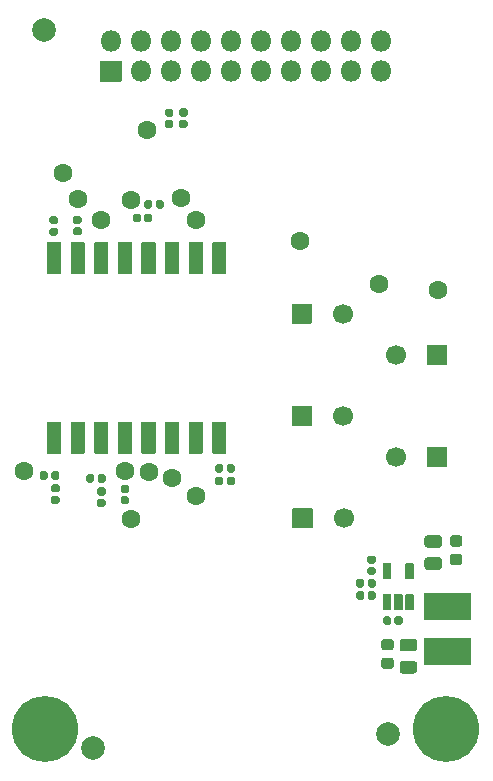
<source format=gts>
G04 #@! TF.GenerationSoftware,KiCad,Pcbnew,(5.1.10)-1*
G04 #@! TF.CreationDate,2022-01-19T13:45:55+05:30*
G04 #@! TF.ProjectId,P-1000072_Cicada Wi-Fi,502d3130-3030-4303-9732-5f4369636164,0.1*
G04 #@! TF.SameCoordinates,PX7cee6c0PY3dfd240*
G04 #@! TF.FileFunction,Soldermask,Top*
G04 #@! TF.FilePolarity,Negative*
%FSLAX46Y46*%
G04 Gerber Fmt 4.6, Leading zero omitted, Abs format (unit mm)*
G04 Created by KiCad (PCBNEW (5.1.10)-1) date 2022-01-19 13:45:55*
%MOMM*%
%LPD*%
G01*
G04 APERTURE LIST*
%ADD10O,1.800000X1.800000*%
%ADD11C,1.700000*%
%ADD12C,1.600000*%
%ADD13C,5.600000*%
%ADD14C,2.000000*%
G04 APERTURE END LIST*
G36*
G01*
X-13670000Y-18460000D02*
X-14770000Y-18460000D01*
G75*
G02*
X-14820000Y-18410000I0J50000D01*
G01*
X-14820000Y-15810000D01*
G75*
G02*
X-14770000Y-15760000I50000J0D01*
G01*
X-13670000Y-15760000D01*
G75*
G02*
X-13620000Y-15810000I0J-50000D01*
G01*
X-13620000Y-18410000D01*
G75*
G02*
X-13670000Y-18460000I-50000J0D01*
G01*
G37*
G36*
G01*
X-11670000Y-18460000D02*
X-12770000Y-18460000D01*
G75*
G02*
X-12820000Y-18410000I0J50000D01*
G01*
X-12820000Y-15810000D01*
G75*
G02*
X-12770000Y-15760000I50000J0D01*
G01*
X-11670000Y-15760000D01*
G75*
G02*
X-11620000Y-15810000I0J-50000D01*
G01*
X-11620000Y-18410000D01*
G75*
G02*
X-11670000Y-18460000I-50000J0D01*
G01*
G37*
G36*
G01*
X-5670000Y-18460000D02*
X-6770000Y-18460000D01*
G75*
G02*
X-6820000Y-18410000I0J50000D01*
G01*
X-6820000Y-15810000D01*
G75*
G02*
X-6770000Y-15760000I50000J0D01*
G01*
X-5670000Y-15760000D01*
G75*
G02*
X-5620000Y-15810000I0J-50000D01*
G01*
X-5620000Y-18410000D01*
G75*
G02*
X-5670000Y-18460000I-50000J0D01*
G01*
G37*
G36*
G01*
X-3670000Y-33660000D02*
X-4770000Y-33660000D01*
G75*
G02*
X-4820000Y-33610000I0J50000D01*
G01*
X-4820000Y-31010000D01*
G75*
G02*
X-4770000Y-30960000I50000J0D01*
G01*
X-3670000Y-30960000D01*
G75*
G02*
X-3620000Y-31010000I0J-50000D01*
G01*
X-3620000Y-33610000D01*
G75*
G02*
X-3670000Y-33660000I-50000J0D01*
G01*
G37*
G36*
G01*
X-3670000Y-18460000D02*
X-4770000Y-18460000D01*
G75*
G02*
X-4820000Y-18410000I0J50000D01*
G01*
X-4820000Y-15810000D01*
G75*
G02*
X-4770000Y-15760000I50000J0D01*
G01*
X-3670000Y-15760000D01*
G75*
G02*
X-3620000Y-15810000I0J-50000D01*
G01*
X-3620000Y-18410000D01*
G75*
G02*
X-3670000Y-18460000I-50000J0D01*
G01*
G37*
G36*
G01*
X-1670000Y-33660000D02*
X-2770000Y-33660000D01*
G75*
G02*
X-2820000Y-33610000I0J50000D01*
G01*
X-2820000Y-31010000D01*
G75*
G02*
X-2770000Y-30960000I50000J0D01*
G01*
X-1670000Y-30960000D01*
G75*
G02*
X-1620000Y-31010000I0J-50000D01*
G01*
X-1620000Y-33610000D01*
G75*
G02*
X-1670000Y-33660000I-50000J0D01*
G01*
G37*
G36*
G01*
X-11670000Y-33660000D02*
X-12770000Y-33660000D01*
G75*
G02*
X-12820000Y-33610000I0J50000D01*
G01*
X-12820000Y-31010000D01*
G75*
G02*
X-12770000Y-30960000I50000J0D01*
G01*
X-11670000Y-30960000D01*
G75*
G02*
X-11620000Y-31010000I0J-50000D01*
G01*
X-11620000Y-33610000D01*
G75*
G02*
X-11670000Y-33660000I-50000J0D01*
G01*
G37*
G36*
G01*
X-15670000Y-18460000D02*
X-16770000Y-18460000D01*
G75*
G02*
X-16820000Y-18410000I0J50000D01*
G01*
X-16820000Y-15810000D01*
G75*
G02*
X-16770000Y-15760000I50000J0D01*
G01*
X-15670000Y-15760000D01*
G75*
G02*
X-15620000Y-15810000I0J-50000D01*
G01*
X-15620000Y-18410000D01*
G75*
G02*
X-15670000Y-18460000I-50000J0D01*
G01*
G37*
G36*
G01*
X-7670000Y-33660000D02*
X-8770000Y-33660000D01*
G75*
G02*
X-8820000Y-33610000I0J50000D01*
G01*
X-8820000Y-31010000D01*
G75*
G02*
X-8770000Y-30960000I50000J0D01*
G01*
X-7670000Y-30960000D01*
G75*
G02*
X-7620000Y-31010000I0J-50000D01*
G01*
X-7620000Y-33610000D01*
G75*
G02*
X-7670000Y-33660000I-50000J0D01*
G01*
G37*
G36*
G01*
X-9670000Y-18460000D02*
X-10770000Y-18460000D01*
G75*
G02*
X-10820000Y-18410000I0J50000D01*
G01*
X-10820000Y-15810000D01*
G75*
G02*
X-10770000Y-15760000I50000J0D01*
G01*
X-9670000Y-15760000D01*
G75*
G02*
X-9620000Y-15810000I0J-50000D01*
G01*
X-9620000Y-18410000D01*
G75*
G02*
X-9670000Y-18460000I-50000J0D01*
G01*
G37*
G36*
G01*
X-7670000Y-18460000D02*
X-8770000Y-18460000D01*
G75*
G02*
X-8820000Y-18410000I0J50000D01*
G01*
X-8820000Y-15810000D01*
G75*
G02*
X-8770000Y-15760000I50000J0D01*
G01*
X-7670000Y-15760000D01*
G75*
G02*
X-7620000Y-15810000I0J-50000D01*
G01*
X-7620000Y-18410000D01*
G75*
G02*
X-7670000Y-18460000I-50000J0D01*
G01*
G37*
G36*
G01*
X-5670000Y-33660000D02*
X-6770000Y-33660000D01*
G75*
G02*
X-6820000Y-33610000I0J50000D01*
G01*
X-6820000Y-31010000D01*
G75*
G02*
X-6770000Y-30960000I50000J0D01*
G01*
X-5670000Y-30960000D01*
G75*
G02*
X-5620000Y-31010000I0J-50000D01*
G01*
X-5620000Y-33610000D01*
G75*
G02*
X-5670000Y-33660000I-50000J0D01*
G01*
G37*
G36*
G01*
X-9670000Y-33660000D02*
X-10770000Y-33660000D01*
G75*
G02*
X-10820000Y-33610000I0J50000D01*
G01*
X-10820000Y-31010000D01*
G75*
G02*
X-10770000Y-30960000I50000J0D01*
G01*
X-9670000Y-30960000D01*
G75*
G02*
X-9620000Y-31010000I0J-50000D01*
G01*
X-9620000Y-33610000D01*
G75*
G02*
X-9670000Y-33660000I-50000J0D01*
G01*
G37*
G36*
G01*
X-1670000Y-18460000D02*
X-2770000Y-18460000D01*
G75*
G02*
X-2820000Y-18410000I0J50000D01*
G01*
X-2820000Y-15810000D01*
G75*
G02*
X-2770000Y-15760000I50000J0D01*
G01*
X-1670000Y-15760000D01*
G75*
G02*
X-1620000Y-15810000I0J-50000D01*
G01*
X-1620000Y-18410000D01*
G75*
G02*
X-1670000Y-18460000I-50000J0D01*
G01*
G37*
G36*
G01*
X-13670000Y-33660000D02*
X-14770000Y-33660000D01*
G75*
G02*
X-14820000Y-33610000I0J50000D01*
G01*
X-14820000Y-31010000D01*
G75*
G02*
X-14770000Y-30960000I50000J0D01*
G01*
X-13670000Y-30960000D01*
G75*
G02*
X-13620000Y-31010000I0J-50000D01*
G01*
X-13620000Y-33610000D01*
G75*
G02*
X-13670000Y-33660000I-50000J0D01*
G01*
G37*
G36*
G01*
X-15670000Y-33660000D02*
X-16770000Y-33660000D01*
G75*
G02*
X-16820000Y-33610000I0J50000D01*
G01*
X-16820000Y-31010000D01*
G75*
G02*
X-16770000Y-30960000I50000J0D01*
G01*
X-15670000Y-30960000D01*
G75*
G02*
X-15620000Y-31010000I0J-50000D01*
G01*
X-15620000Y-33610000D01*
G75*
G02*
X-15670000Y-33660000I-50000J0D01*
G01*
G37*
D10*
X11455400Y1244600D03*
X11455400Y-1295400D03*
X8915400Y1244600D03*
X8915400Y-1295400D03*
X6375400Y1244600D03*
X6375400Y-1295400D03*
X3835400Y1244600D03*
X3835400Y-1295400D03*
X1295400Y1244600D03*
X1295400Y-1295400D03*
X-1244600Y1244600D03*
X-1244600Y-1295400D03*
X-3784600Y1244600D03*
X-3784600Y-1295400D03*
X-6324600Y1244600D03*
X-6324600Y-1295400D03*
X-8864600Y1244600D03*
X-8864600Y-1295400D03*
X-11404600Y1244600D03*
G36*
G01*
X-12254600Y-395400D02*
X-10554600Y-395400D01*
G75*
G02*
X-10504600Y-445400I0J-50000D01*
G01*
X-10504600Y-2145400D01*
G75*
G02*
X-10554600Y-2195400I-50000J0D01*
G01*
X-12254600Y-2195400D01*
G75*
G02*
X-12304600Y-2145400I0J50000D01*
G01*
X-12304600Y-445400D01*
G75*
G02*
X-12254600Y-395400I50000J0D01*
G01*
G37*
D11*
X8280400Y-30457140D03*
G36*
G01*
X3930400Y-31257140D02*
X3930400Y-29657140D01*
G75*
G02*
X3980400Y-29607140I50000J0D01*
G01*
X5580400Y-29607140D01*
G75*
G02*
X5630400Y-29657140I0J-50000D01*
G01*
X5630400Y-31257140D01*
G75*
G02*
X5580400Y-31307140I-50000J0D01*
G01*
X3980400Y-31307140D01*
G75*
G02*
X3930400Y-31257140I0J50000D01*
G01*
G37*
X8239760Y-21798280D03*
G36*
G01*
X3889760Y-22598280D02*
X3889760Y-20998280D01*
G75*
G02*
X3939760Y-20948280I50000J0D01*
G01*
X5539760Y-20948280D01*
G75*
G02*
X5589760Y-20998280I0J-50000D01*
G01*
X5589760Y-22598280D01*
G75*
G02*
X5539760Y-22648280I-50000J0D01*
G01*
X3939760Y-22648280D01*
G75*
G02*
X3889760Y-22598280I0J50000D01*
G01*
G37*
G36*
G01*
X-16438260Y-14531500D02*
X-16043260Y-14531500D01*
G75*
G02*
X-15870760Y-14704000I0J-172500D01*
G01*
X-15870760Y-15049000D01*
G75*
G02*
X-16043260Y-15221500I-172500J0D01*
G01*
X-16438260Y-15221500D01*
G75*
G02*
X-16610760Y-15049000I0J172500D01*
G01*
X-16610760Y-14704000D01*
G75*
G02*
X-16438260Y-14531500I172500J0D01*
G01*
G37*
G36*
G01*
X-16438260Y-13561500D02*
X-16043260Y-13561500D01*
G75*
G02*
X-15870760Y-13734000I0J-172500D01*
G01*
X-15870760Y-14079000D01*
G75*
G02*
X-16043260Y-14251500I-172500J0D01*
G01*
X-16438260Y-14251500D01*
G75*
G02*
X-16610760Y-14079000I0J172500D01*
G01*
X-16610760Y-13734000D01*
G75*
G02*
X-16438260Y-13561500I172500J0D01*
G01*
G37*
G36*
G01*
X-14449440Y-14496220D02*
X-14054440Y-14496220D01*
G75*
G02*
X-13881940Y-14668720I0J-172500D01*
G01*
X-13881940Y-15013720D01*
G75*
G02*
X-14054440Y-15186220I-172500J0D01*
G01*
X-14449440Y-15186220D01*
G75*
G02*
X-14621940Y-15013720I0J172500D01*
G01*
X-14621940Y-14668720D01*
G75*
G02*
X-14449440Y-14496220I172500J0D01*
G01*
G37*
G36*
G01*
X-14449440Y-13526220D02*
X-14054440Y-13526220D01*
G75*
G02*
X-13881940Y-13698720I0J-172500D01*
G01*
X-13881940Y-14043720D01*
G75*
G02*
X-14054440Y-14216220I-172500J0D01*
G01*
X-14449440Y-14216220D01*
G75*
G02*
X-14621940Y-14043720I0J172500D01*
G01*
X-14621940Y-13698720D01*
G75*
G02*
X-14449440Y-13526220I172500J0D01*
G01*
G37*
G36*
G01*
X-10415920Y-37272120D02*
X-10020920Y-37272120D01*
G75*
G02*
X-9848420Y-37444620I0J-172500D01*
G01*
X-9848420Y-37789620D01*
G75*
G02*
X-10020920Y-37962120I-172500J0D01*
G01*
X-10415920Y-37962120D01*
G75*
G02*
X-10588420Y-37789620I0J172500D01*
G01*
X-10588420Y-37444620D01*
G75*
G02*
X-10415920Y-37272120I172500J0D01*
G01*
G37*
G36*
G01*
X-10415920Y-36302120D02*
X-10020920Y-36302120D01*
G75*
G02*
X-9848420Y-36474620I0J-172500D01*
G01*
X-9848420Y-36819620D01*
G75*
G02*
X-10020920Y-36992120I-172500J0D01*
G01*
X-10415920Y-36992120D01*
G75*
G02*
X-10588420Y-36819620I0J172500D01*
G01*
X-10588420Y-36474620D01*
G75*
G02*
X-10415920Y-36302120I172500J0D01*
G01*
G37*
G36*
G01*
X-7894480Y-12350100D02*
X-7894480Y-12745100D01*
G75*
G02*
X-8066980Y-12917600I-172500J0D01*
G01*
X-8411980Y-12917600D01*
G75*
G02*
X-8584480Y-12745100I0J172500D01*
G01*
X-8584480Y-12350100D01*
G75*
G02*
X-8411980Y-12177600I172500J0D01*
G01*
X-8066980Y-12177600D01*
G75*
G02*
X-7894480Y-12350100I0J-172500D01*
G01*
G37*
G36*
G01*
X-6924480Y-12350100D02*
X-6924480Y-12745100D01*
G75*
G02*
X-7096980Y-12917600I-172500J0D01*
G01*
X-7441980Y-12917600D01*
G75*
G02*
X-7614480Y-12745100I0J172500D01*
G01*
X-7614480Y-12350100D01*
G75*
G02*
X-7441980Y-12177600I172500J0D01*
G01*
X-7096980Y-12177600D01*
G75*
G02*
X-6924480Y-12350100I0J-172500D01*
G01*
G37*
G36*
G01*
X-15923880Y-36949220D02*
X-16318880Y-36949220D01*
G75*
G02*
X-16491380Y-36776720I0J172500D01*
G01*
X-16491380Y-36431720D01*
G75*
G02*
X-16318880Y-36259220I172500J0D01*
G01*
X-15923880Y-36259220D01*
G75*
G02*
X-15751380Y-36431720I0J-172500D01*
G01*
X-15751380Y-36776720D01*
G75*
G02*
X-15923880Y-36949220I-172500J0D01*
G01*
G37*
G36*
G01*
X-15923880Y-37919220D02*
X-16318880Y-37919220D01*
G75*
G02*
X-16491380Y-37746720I0J172500D01*
G01*
X-16491380Y-37401720D01*
G75*
G02*
X-16318880Y-37229220I172500J0D01*
G01*
X-15923880Y-37229220D01*
G75*
G02*
X-15751380Y-37401720I0J-172500D01*
G01*
X-15751380Y-37746720D01*
G75*
G02*
X-15923880Y-37919220I-172500J0D01*
G01*
G37*
G36*
G01*
X-12422520Y-37493380D02*
X-12027520Y-37493380D01*
G75*
G02*
X-11855020Y-37665880I0J-172500D01*
G01*
X-11855020Y-38010880D01*
G75*
G02*
X-12027520Y-38183380I-172500J0D01*
G01*
X-12422520Y-38183380D01*
G75*
G02*
X-12595020Y-38010880I0J172500D01*
G01*
X-12595020Y-37665880D01*
G75*
G02*
X-12422520Y-37493380I172500J0D01*
G01*
G37*
G36*
G01*
X-12422520Y-36523380D02*
X-12027520Y-36523380D01*
G75*
G02*
X-11855020Y-36695880I0J-172500D01*
G01*
X-11855020Y-37040880D01*
G75*
G02*
X-12027520Y-37213380I-172500J0D01*
G01*
X-12422520Y-37213380D01*
G75*
G02*
X-12595020Y-37040880I0J172500D01*
G01*
X-12595020Y-36695880D01*
G75*
G02*
X-12422520Y-36523380I172500J0D01*
G01*
G37*
G36*
G01*
X-8584760Y-13908420D02*
X-8584760Y-13513420D01*
G75*
G02*
X-8412260Y-13340920I172500J0D01*
G01*
X-8067260Y-13340920D01*
G75*
G02*
X-7894760Y-13513420I0J-172500D01*
G01*
X-7894760Y-13908420D01*
G75*
G02*
X-8067260Y-14080920I-172500J0D01*
G01*
X-8412260Y-14080920D01*
G75*
G02*
X-8584760Y-13908420I0J172500D01*
G01*
G37*
G36*
G01*
X-9554760Y-13908420D02*
X-9554760Y-13513420D01*
G75*
G02*
X-9382260Y-13340920I172500J0D01*
G01*
X-9037260Y-13340920D01*
G75*
G02*
X-8864760Y-13513420I0J-172500D01*
G01*
X-8864760Y-13908420D01*
G75*
G02*
X-9037260Y-14080920I-172500J0D01*
G01*
X-9382260Y-14080920D01*
G75*
G02*
X-9554760Y-13908420I0J172500D01*
G01*
G37*
G36*
G01*
X-1885120Y-35771440D02*
X-1885120Y-36166440D01*
G75*
G02*
X-2057620Y-36338940I-172500J0D01*
G01*
X-2402620Y-36338940D01*
G75*
G02*
X-2575120Y-36166440I0J172500D01*
G01*
X-2575120Y-35771440D01*
G75*
G02*
X-2402620Y-35598940I172500J0D01*
G01*
X-2057620Y-35598940D01*
G75*
G02*
X-1885120Y-35771440I0J-172500D01*
G01*
G37*
G36*
G01*
X-915120Y-35771440D02*
X-915120Y-36166440D01*
G75*
G02*
X-1087620Y-36338940I-172500J0D01*
G01*
X-1432620Y-36338940D01*
G75*
G02*
X-1605120Y-36166440I0J172500D01*
G01*
X-1605120Y-35771440D01*
G75*
G02*
X-1432620Y-35598940I172500J0D01*
G01*
X-1087620Y-35598940D01*
G75*
G02*
X-915120Y-35771440I0J-172500D01*
G01*
G37*
G36*
G01*
X-1885120Y-34699560D02*
X-1885120Y-35094560D01*
G75*
G02*
X-2057620Y-35267060I-172500J0D01*
G01*
X-2402620Y-35267060D01*
G75*
G02*
X-2575120Y-35094560I0J172500D01*
G01*
X-2575120Y-34699560D01*
G75*
G02*
X-2402620Y-34527060I172500J0D01*
G01*
X-2057620Y-34527060D01*
G75*
G02*
X-1885120Y-34699560I0J-172500D01*
G01*
G37*
G36*
G01*
X-915120Y-34699560D02*
X-915120Y-35094560D01*
G75*
G02*
X-1087620Y-35267060I-172500J0D01*
G01*
X-1432620Y-35267060D01*
G75*
G02*
X-1605120Y-35094560I0J172500D01*
G01*
X-1605120Y-34699560D01*
G75*
G02*
X-1432620Y-34527060I172500J0D01*
G01*
X-1087620Y-34527060D01*
G75*
G02*
X-915120Y-34699560I0J-172500D01*
G01*
G37*
G36*
G01*
X-16461300Y-35704160D02*
X-16461300Y-35309160D01*
G75*
G02*
X-16288800Y-35136660I172500J0D01*
G01*
X-15943800Y-35136660D01*
G75*
G02*
X-15771300Y-35309160I0J-172500D01*
G01*
X-15771300Y-35704160D01*
G75*
G02*
X-15943800Y-35876660I-172500J0D01*
G01*
X-16288800Y-35876660D01*
G75*
G02*
X-16461300Y-35704160I0J172500D01*
G01*
G37*
G36*
G01*
X-17431300Y-35704160D02*
X-17431300Y-35309160D01*
G75*
G02*
X-17258800Y-35136660I172500J0D01*
G01*
X-16913800Y-35136660D01*
G75*
G02*
X-16741300Y-35309160I0J-172500D01*
G01*
X-16741300Y-35704160D01*
G75*
G02*
X-16913800Y-35876660I-172500J0D01*
G01*
X-17258800Y-35876660D01*
G75*
G02*
X-17431300Y-35704160I0J172500D01*
G01*
G37*
G36*
G01*
X-12529380Y-35945460D02*
X-12529380Y-35550460D01*
G75*
G02*
X-12356880Y-35377960I172500J0D01*
G01*
X-12011880Y-35377960D01*
G75*
G02*
X-11839380Y-35550460I0J-172500D01*
G01*
X-11839380Y-35945460D01*
G75*
G02*
X-12011880Y-36117960I-172500J0D01*
G01*
X-12356880Y-36117960D01*
G75*
G02*
X-12529380Y-35945460I0J172500D01*
G01*
G37*
G36*
G01*
X-13499380Y-35945460D02*
X-13499380Y-35550460D01*
G75*
G02*
X-13326880Y-35377960I172500J0D01*
G01*
X-12981880Y-35377960D01*
G75*
G02*
X-12809380Y-35550460I0J-172500D01*
G01*
X-12809380Y-35945460D01*
G75*
G02*
X-12981880Y-36117960I-172500J0D01*
G01*
X-13326880Y-36117960D01*
G75*
G02*
X-13499380Y-35945460I0J172500D01*
G01*
G37*
D12*
X11333480Y-19273520D03*
D11*
X12702540Y-25318720D03*
G36*
G01*
X17052540Y-24518720D02*
X17052540Y-26118720D01*
G75*
G02*
X17002540Y-26168720I-50000J0D01*
G01*
X15402540Y-26168720D01*
G75*
G02*
X15352540Y-26118720I0J50000D01*
G01*
X15352540Y-24518720D01*
G75*
G02*
X15402540Y-24468720I50000J0D01*
G01*
X17002540Y-24468720D01*
G75*
G02*
X17052540Y-24518720I0J-50000D01*
G01*
G37*
X12722860Y-33962340D03*
G36*
G01*
X17072860Y-33162340D02*
X17072860Y-34762340D01*
G75*
G02*
X17022860Y-34812340I-50000J0D01*
G01*
X15422860Y-34812340D01*
G75*
G02*
X15372860Y-34762340I0J50000D01*
G01*
X15372860Y-33162340D01*
G75*
G02*
X15422860Y-33112340I50000J0D01*
G01*
X17022860Y-33112340D01*
G75*
G02*
X17072860Y-33162340I0J-50000D01*
G01*
G37*
G36*
G01*
X15151820Y-49251380D02*
X19051820Y-49251380D01*
G75*
G02*
X19101820Y-49301380I0J-50000D01*
G01*
X19101820Y-51501380D01*
G75*
G02*
X19051820Y-51551380I-50000J0D01*
G01*
X15151820Y-51551380D01*
G75*
G02*
X15101820Y-51501380I0J50000D01*
G01*
X15101820Y-49301380D01*
G75*
G02*
X15151820Y-49251380I50000J0D01*
G01*
G37*
G36*
G01*
X15151820Y-45451380D02*
X19051820Y-45451380D01*
G75*
G02*
X19101820Y-45501380I0J-50000D01*
G01*
X19101820Y-47701380D01*
G75*
G02*
X19051820Y-47751380I-50000J0D01*
G01*
X15151820Y-47751380D01*
G75*
G02*
X15101820Y-47701380I0J50000D01*
G01*
X15101820Y-45501380D01*
G75*
G02*
X15151820Y-45451380I50000J0D01*
G01*
G37*
D12*
X-12237720Y-13873480D03*
X-14196060Y-12082780D03*
X-4239260Y-13906500D03*
X-5491480Y-12024360D03*
X-8326120Y-6253480D03*
X-9707880Y-12222480D03*
X-15499080Y-9888220D03*
X-4185920Y-37266880D03*
X-9697720Y-39151560D03*
X-6223000Y-35727640D03*
X-8199120Y-35179000D03*
X-10251440Y-35100260D03*
X-18783300Y-35095180D03*
X4587240Y-15687040D03*
X16299180Y-19817080D03*
G36*
G01*
X12301020Y-44276880D02*
X11651020Y-44276880D01*
G75*
G02*
X11601020Y-44226880I0J50000D01*
G01*
X11601020Y-43006880D01*
G75*
G02*
X11651020Y-42956880I50000J0D01*
G01*
X12301020Y-42956880D01*
G75*
G02*
X12351020Y-43006880I0J-50000D01*
G01*
X12351020Y-44226880D01*
G75*
G02*
X12301020Y-44276880I-50000J0D01*
G01*
G37*
G36*
G01*
X14201020Y-44276880D02*
X13551020Y-44276880D01*
G75*
G02*
X13501020Y-44226880I0J50000D01*
G01*
X13501020Y-43006880D01*
G75*
G02*
X13551020Y-42956880I50000J0D01*
G01*
X14201020Y-42956880D01*
G75*
G02*
X14251020Y-43006880I0J-50000D01*
G01*
X14251020Y-44226880D01*
G75*
G02*
X14201020Y-44276880I-50000J0D01*
G01*
G37*
G36*
G01*
X14201020Y-46896880D02*
X13551020Y-46896880D01*
G75*
G02*
X13501020Y-46846880I0J50000D01*
G01*
X13501020Y-45626880D01*
G75*
G02*
X13551020Y-45576880I50000J0D01*
G01*
X14201020Y-45576880D01*
G75*
G02*
X14251020Y-45626880I0J-50000D01*
G01*
X14251020Y-46846880D01*
G75*
G02*
X14201020Y-46896880I-50000J0D01*
G01*
G37*
G36*
G01*
X13251020Y-46896880D02*
X12601020Y-46896880D01*
G75*
G02*
X12551020Y-46846880I0J50000D01*
G01*
X12551020Y-45626880D01*
G75*
G02*
X12601020Y-45576880I50000J0D01*
G01*
X13251020Y-45576880D01*
G75*
G02*
X13301020Y-45626880I0J-50000D01*
G01*
X13301020Y-46846880D01*
G75*
G02*
X13251020Y-46896880I-50000J0D01*
G01*
G37*
G36*
G01*
X12301020Y-46896880D02*
X11651020Y-46896880D01*
G75*
G02*
X11601020Y-46846880I0J50000D01*
G01*
X11601020Y-45626880D01*
G75*
G02*
X11651020Y-45576880I50000J0D01*
G01*
X12301020Y-45576880D01*
G75*
G02*
X12351020Y-45626880I0J-50000D01*
G01*
X12351020Y-46846880D01*
G75*
G02*
X12301020Y-46896880I-50000J0D01*
G01*
G37*
G36*
G01*
X10852800Y-42973820D02*
X10457800Y-42973820D01*
G75*
G02*
X10285300Y-42801320I0J172500D01*
G01*
X10285300Y-42456320D01*
G75*
G02*
X10457800Y-42283820I172500J0D01*
G01*
X10852800Y-42283820D01*
G75*
G02*
X11025300Y-42456320I0J-172500D01*
G01*
X11025300Y-42801320D01*
G75*
G02*
X10852800Y-42973820I-172500J0D01*
G01*
G37*
G36*
G01*
X10852800Y-43943820D02*
X10457800Y-43943820D01*
G75*
G02*
X10285300Y-43771320I0J172500D01*
G01*
X10285300Y-43426320D01*
G75*
G02*
X10457800Y-43253820I172500J0D01*
G01*
X10852800Y-43253820D01*
G75*
G02*
X11025300Y-43426320I0J-172500D01*
G01*
X11025300Y-43771320D01*
G75*
G02*
X10852800Y-43943820I-172500J0D01*
G01*
G37*
G36*
G01*
X10322860Y-44822760D02*
X10322860Y-44427760D01*
G75*
G02*
X10495360Y-44255260I172500J0D01*
G01*
X10840360Y-44255260D01*
G75*
G02*
X11012860Y-44427760I0J-172500D01*
G01*
X11012860Y-44822760D01*
G75*
G02*
X10840360Y-44995260I-172500J0D01*
G01*
X10495360Y-44995260D01*
G75*
G02*
X10322860Y-44822760I0J172500D01*
G01*
G37*
G36*
G01*
X9352860Y-44822760D02*
X9352860Y-44427760D01*
G75*
G02*
X9525360Y-44255260I172500J0D01*
G01*
X9870360Y-44255260D01*
G75*
G02*
X10042860Y-44427760I0J-172500D01*
G01*
X10042860Y-44822760D01*
G75*
G02*
X9870360Y-44995260I-172500J0D01*
G01*
X9525360Y-44995260D01*
G75*
G02*
X9352860Y-44822760I0J172500D01*
G01*
G37*
G36*
G01*
X12606460Y-47990140D02*
X12606460Y-47595140D01*
G75*
G02*
X12778960Y-47422640I172500J0D01*
G01*
X13123960Y-47422640D01*
G75*
G02*
X13296460Y-47595140I0J-172500D01*
G01*
X13296460Y-47990140D01*
G75*
G02*
X13123960Y-48162640I-172500J0D01*
G01*
X12778960Y-48162640D01*
G75*
G02*
X12606460Y-47990140I0J172500D01*
G01*
G37*
G36*
G01*
X11636460Y-47990140D02*
X11636460Y-47595140D01*
G75*
G02*
X11808960Y-47422640I172500J0D01*
G01*
X12153960Y-47422640D01*
G75*
G02*
X12326460Y-47595140I0J-172500D01*
G01*
X12326460Y-47990140D01*
G75*
G02*
X12153960Y-48162640I-172500J0D01*
G01*
X11808960Y-48162640D01*
G75*
G02*
X11636460Y-47990140I0J172500D01*
G01*
G37*
D11*
X8315840Y-39116000D03*
G36*
G01*
X3965840Y-39916000D02*
X3965840Y-38316000D01*
G75*
G02*
X4015840Y-38266000I50000J0D01*
G01*
X5615840Y-38266000D01*
G75*
G02*
X5665840Y-38316000I0J-50000D01*
G01*
X5665840Y-39916000D01*
G75*
G02*
X5615840Y-39966000I-50000J0D01*
G01*
X4015840Y-39966000D01*
G75*
G02*
X3965840Y-39916000I0J50000D01*
G01*
G37*
G36*
G01*
X14263290Y-50410400D02*
X13300790Y-50410400D01*
G75*
G02*
X13032040Y-50141650I0J268750D01*
G01*
X13032040Y-49604150D01*
G75*
G02*
X13300790Y-49335400I268750J0D01*
G01*
X14263290Y-49335400D01*
G75*
G02*
X14532040Y-49604150I0J-268750D01*
G01*
X14532040Y-50141650D01*
G75*
G02*
X14263290Y-50410400I-268750J0D01*
G01*
G37*
G36*
G01*
X14263290Y-52285400D02*
X13300790Y-52285400D01*
G75*
G02*
X13032040Y-52016650I0J268750D01*
G01*
X13032040Y-51479150D01*
G75*
G02*
X13300790Y-51210400I268750J0D01*
G01*
X14263290Y-51210400D01*
G75*
G02*
X14532040Y-51479150I0J-268750D01*
G01*
X14532040Y-52016650D01*
G75*
G02*
X14263290Y-52285400I-268750J0D01*
G01*
G37*
G36*
G01*
X12292910Y-50324640D02*
X11730410Y-50324640D01*
G75*
G02*
X11486660Y-50080890I0J243750D01*
G01*
X11486660Y-49593390D01*
G75*
G02*
X11730410Y-49349640I243750J0D01*
G01*
X12292910Y-49349640D01*
G75*
G02*
X12536660Y-49593390I0J-243750D01*
G01*
X12536660Y-50080890D01*
G75*
G02*
X12292910Y-50324640I-243750J0D01*
G01*
G37*
G36*
G01*
X12292910Y-51899640D02*
X11730410Y-51899640D01*
G75*
G02*
X11486660Y-51655890I0J243750D01*
G01*
X11486660Y-51168390D01*
G75*
G02*
X11730410Y-50924640I243750J0D01*
G01*
X12292910Y-50924640D01*
G75*
G02*
X12536660Y-51168390I0J-243750D01*
G01*
X12536660Y-51655890D01*
G75*
G02*
X12292910Y-51899640I-243750J0D01*
G01*
G37*
G36*
G01*
X10333160Y-45876860D02*
X10333160Y-45481860D01*
G75*
G02*
X10505660Y-45309360I172500J0D01*
G01*
X10850660Y-45309360D01*
G75*
G02*
X11023160Y-45481860I0J-172500D01*
G01*
X11023160Y-45876860D01*
G75*
G02*
X10850660Y-46049360I-172500J0D01*
G01*
X10505660Y-46049360D01*
G75*
G02*
X10333160Y-45876860I0J172500D01*
G01*
G37*
G36*
G01*
X9363160Y-45876860D02*
X9363160Y-45481860D01*
G75*
G02*
X9535660Y-45309360I172500J0D01*
G01*
X9880660Y-45309360D01*
G75*
G02*
X10053160Y-45481860I0J-172500D01*
G01*
X10053160Y-45876860D01*
G75*
G02*
X9880660Y-46049360I-172500J0D01*
G01*
X9535660Y-46049360D01*
G75*
G02*
X9363160Y-45876860I0J172500D01*
G01*
G37*
G36*
G01*
X15414070Y-42434700D02*
X16376570Y-42434700D01*
G75*
G02*
X16645320Y-42703450I0J-268750D01*
G01*
X16645320Y-43240950D01*
G75*
G02*
X16376570Y-43509700I-268750J0D01*
G01*
X15414070Y-43509700D01*
G75*
G02*
X15145320Y-43240950I0J268750D01*
G01*
X15145320Y-42703450D01*
G75*
G02*
X15414070Y-42434700I268750J0D01*
G01*
G37*
G36*
G01*
X15414070Y-40559700D02*
X16376570Y-40559700D01*
G75*
G02*
X16645320Y-40828450I0J-268750D01*
G01*
X16645320Y-41365950D01*
G75*
G02*
X16376570Y-41634700I-268750J0D01*
G01*
X15414070Y-41634700D01*
G75*
G02*
X15145320Y-41365950I0J268750D01*
G01*
X15145320Y-40828450D01*
G75*
G02*
X15414070Y-40559700I268750J0D01*
G01*
G37*
G36*
G01*
X17539390Y-42138880D02*
X18101890Y-42138880D01*
G75*
G02*
X18345640Y-42382630I0J-243750D01*
G01*
X18345640Y-42870130D01*
G75*
G02*
X18101890Y-43113880I-243750J0D01*
G01*
X17539390Y-43113880D01*
G75*
G02*
X17295640Y-42870130I0J243750D01*
G01*
X17295640Y-42382630D01*
G75*
G02*
X17539390Y-42138880I243750J0D01*
G01*
G37*
G36*
G01*
X17539390Y-40563880D02*
X18101890Y-40563880D01*
G75*
G02*
X18345640Y-40807630I0J-243750D01*
G01*
X18345640Y-41295130D01*
G75*
G02*
X18101890Y-41538880I-243750J0D01*
G01*
X17539390Y-41538880D01*
G75*
G02*
X17295640Y-41295130I0J243750D01*
G01*
X17295640Y-40807630D01*
G75*
G02*
X17539390Y-40563880I243750J0D01*
G01*
G37*
D13*
X-17000000Y-57000000D03*
D14*
X12040000Y-57390000D03*
X-12948920Y-58592720D03*
X-17090000Y2220000D03*
D13*
X17000000Y-57000000D03*
G36*
G01*
X-6279500Y-5133040D02*
X-6674500Y-5133040D01*
G75*
G02*
X-6847000Y-4960540I0J172500D01*
G01*
X-6847000Y-4615540D01*
G75*
G02*
X-6674500Y-4443040I172500J0D01*
G01*
X-6279500Y-4443040D01*
G75*
G02*
X-6107000Y-4615540I0J-172500D01*
G01*
X-6107000Y-4960540D01*
G75*
G02*
X-6279500Y-5133040I-172500J0D01*
G01*
G37*
G36*
G01*
X-6279500Y-6103040D02*
X-6674500Y-6103040D01*
G75*
G02*
X-6847000Y-5930540I0J172500D01*
G01*
X-6847000Y-5585540D01*
G75*
G02*
X-6674500Y-5413040I172500J0D01*
G01*
X-6279500Y-5413040D01*
G75*
G02*
X-6107000Y-5585540I0J-172500D01*
G01*
X-6107000Y-5930540D01*
G75*
G02*
X-6279500Y-6103040I-172500J0D01*
G01*
G37*
G36*
G01*
X-5080620Y-5120480D02*
X-5475620Y-5120480D01*
G75*
G02*
X-5648120Y-4947980I0J172500D01*
G01*
X-5648120Y-4602980D01*
G75*
G02*
X-5475620Y-4430480I172500J0D01*
G01*
X-5080620Y-4430480D01*
G75*
G02*
X-4908120Y-4602980I0J-172500D01*
G01*
X-4908120Y-4947980D01*
G75*
G02*
X-5080620Y-5120480I-172500J0D01*
G01*
G37*
G36*
G01*
X-5080620Y-6090480D02*
X-5475620Y-6090480D01*
G75*
G02*
X-5648120Y-5917980I0J172500D01*
G01*
X-5648120Y-5572980D01*
G75*
G02*
X-5475620Y-5400480I172500J0D01*
G01*
X-5080620Y-5400480D01*
G75*
G02*
X-4908120Y-5572980I0J-172500D01*
G01*
X-4908120Y-5917980D01*
G75*
G02*
X-5080620Y-6090480I-172500J0D01*
G01*
G37*
M02*

</source>
